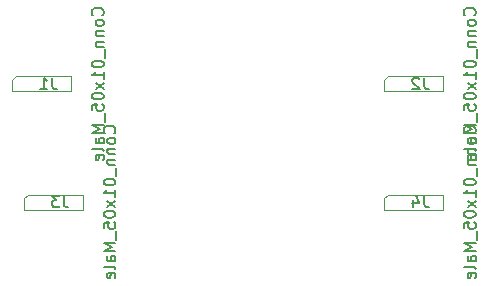
<source format=gbr>
G04 #@! TF.GenerationSoftware,KiCad,Pcbnew,(5.1.4)-1*
G04 #@! TF.CreationDate,2020-11-23T15:52:42-08:00*
G04 #@! TF.ProjectId,ufc_v4_opt,7566635f-7634-45f6-9f70-742e6b696361,rev?*
G04 #@! TF.SameCoordinates,Original*
G04 #@! TF.FileFunction,Other,Fab,Bot*
%FSLAX46Y46*%
G04 Gerber Fmt 4.6, Leading zero omitted, Abs format (unit mm)*
G04 Created by KiCad (PCBNEW (5.1.4)-1) date 2020-11-23 15:52:42*
%MOMM*%
%LPD*%
G04 APERTURE LIST*
%ADD10C,0.100000*%
%ADD11C,0.150000*%
G04 APERTURE END LIST*
D10*
X151555500Y-82407000D02*
X151238000Y-82724500D01*
X156238000Y-82407000D02*
X151555500Y-82407000D01*
X156238000Y-83677000D02*
X156238000Y-82407000D01*
X151238000Y-83677000D02*
X156238000Y-83677000D01*
X151238000Y-82724500D02*
X151238000Y-83677000D01*
X183055500Y-82407000D02*
X182738000Y-82724500D01*
X187738000Y-82407000D02*
X183055500Y-82407000D01*
X187738000Y-83677000D02*
X187738000Y-82407000D01*
X182738000Y-83677000D02*
X187738000Y-83677000D01*
X182738000Y-82724500D02*
X182738000Y-83677000D01*
X152555500Y-92407000D02*
X152238000Y-92724500D01*
X157238000Y-92407000D02*
X152555500Y-92407000D01*
X157238000Y-93677000D02*
X157238000Y-92407000D01*
X152238000Y-93677000D02*
X157238000Y-93677000D01*
X152238000Y-92724500D02*
X152238000Y-93677000D01*
X183055500Y-92407000D02*
X182738000Y-92724500D01*
X187738000Y-92407000D02*
X183055500Y-92407000D01*
X187738000Y-93677000D02*
X187738000Y-92407000D01*
X182738000Y-93677000D02*
X187738000Y-93677000D01*
X182738000Y-92724500D02*
X182738000Y-93677000D01*
D11*
X158870142Y-77208666D02*
X158917761Y-77161047D01*
X158965380Y-77018190D01*
X158965380Y-76922952D01*
X158917761Y-76780095D01*
X158822523Y-76684857D01*
X158727285Y-76637238D01*
X158536809Y-76589619D01*
X158393952Y-76589619D01*
X158203476Y-76637238D01*
X158108238Y-76684857D01*
X158013000Y-76780095D01*
X157965380Y-76922952D01*
X157965380Y-77018190D01*
X158013000Y-77161047D01*
X158060619Y-77208666D01*
X158965380Y-77780095D02*
X158917761Y-77684857D01*
X158870142Y-77637238D01*
X158774904Y-77589619D01*
X158489190Y-77589619D01*
X158393952Y-77637238D01*
X158346333Y-77684857D01*
X158298714Y-77780095D01*
X158298714Y-77922952D01*
X158346333Y-78018190D01*
X158393952Y-78065809D01*
X158489190Y-78113428D01*
X158774904Y-78113428D01*
X158870142Y-78065809D01*
X158917761Y-78018190D01*
X158965380Y-77922952D01*
X158965380Y-77780095D01*
X158298714Y-78542000D02*
X158965380Y-78542000D01*
X158393952Y-78542000D02*
X158346333Y-78589619D01*
X158298714Y-78684857D01*
X158298714Y-78827714D01*
X158346333Y-78922952D01*
X158441571Y-78970571D01*
X158965380Y-78970571D01*
X158298714Y-79446761D02*
X158965380Y-79446761D01*
X158393952Y-79446761D02*
X158346333Y-79494380D01*
X158298714Y-79589619D01*
X158298714Y-79732476D01*
X158346333Y-79827714D01*
X158441571Y-79875333D01*
X158965380Y-79875333D01*
X159060619Y-80113428D02*
X159060619Y-80875333D01*
X157965380Y-81303904D02*
X157965380Y-81399142D01*
X158013000Y-81494380D01*
X158060619Y-81542000D01*
X158155857Y-81589619D01*
X158346333Y-81637238D01*
X158584428Y-81637238D01*
X158774904Y-81589619D01*
X158870142Y-81542000D01*
X158917761Y-81494380D01*
X158965380Y-81399142D01*
X158965380Y-81303904D01*
X158917761Y-81208666D01*
X158870142Y-81161047D01*
X158774904Y-81113428D01*
X158584428Y-81065809D01*
X158346333Y-81065809D01*
X158155857Y-81113428D01*
X158060619Y-81161047D01*
X158013000Y-81208666D01*
X157965380Y-81303904D01*
X158965380Y-82589619D02*
X158965380Y-82018190D01*
X158965380Y-82303904D02*
X157965380Y-82303904D01*
X158108238Y-82208666D01*
X158203476Y-82113428D01*
X158251095Y-82018190D01*
X158965380Y-82922952D02*
X158298714Y-83446761D01*
X158298714Y-82922952D02*
X158965380Y-83446761D01*
X157965380Y-84018190D02*
X157965380Y-84113428D01*
X158013000Y-84208666D01*
X158060619Y-84256285D01*
X158155857Y-84303904D01*
X158346333Y-84351523D01*
X158584428Y-84351523D01*
X158774904Y-84303904D01*
X158870142Y-84256285D01*
X158917761Y-84208666D01*
X158965380Y-84113428D01*
X158965380Y-84018190D01*
X158917761Y-83922952D01*
X158870142Y-83875333D01*
X158774904Y-83827714D01*
X158584428Y-83780095D01*
X158346333Y-83780095D01*
X158155857Y-83827714D01*
X158060619Y-83875333D01*
X158013000Y-83922952D01*
X157965380Y-84018190D01*
X157965380Y-85256285D02*
X157965380Y-84780095D01*
X158441571Y-84732476D01*
X158393952Y-84780095D01*
X158346333Y-84875333D01*
X158346333Y-85113428D01*
X158393952Y-85208666D01*
X158441571Y-85256285D01*
X158536809Y-85303904D01*
X158774904Y-85303904D01*
X158870142Y-85256285D01*
X158917761Y-85208666D01*
X158965380Y-85113428D01*
X158965380Y-84875333D01*
X158917761Y-84780095D01*
X158870142Y-84732476D01*
X159060619Y-85494380D02*
X159060619Y-86256285D01*
X158965380Y-86494380D02*
X157965380Y-86494380D01*
X158679666Y-86827714D01*
X157965380Y-87161047D01*
X158965380Y-87161047D01*
X158965380Y-88065809D02*
X158441571Y-88065809D01*
X158346333Y-88018190D01*
X158298714Y-87922952D01*
X158298714Y-87732476D01*
X158346333Y-87637238D01*
X158917761Y-88065809D02*
X158965380Y-87970571D01*
X158965380Y-87732476D01*
X158917761Y-87637238D01*
X158822523Y-87589619D01*
X158727285Y-87589619D01*
X158632047Y-87637238D01*
X158584428Y-87732476D01*
X158584428Y-87970571D01*
X158536809Y-88065809D01*
X158965380Y-88684857D02*
X158917761Y-88589619D01*
X158822523Y-88542000D01*
X157965380Y-88542000D01*
X158917761Y-89446761D02*
X158965380Y-89351523D01*
X158965380Y-89161047D01*
X158917761Y-89065809D01*
X158822523Y-89018190D01*
X158441571Y-89018190D01*
X158346333Y-89065809D01*
X158298714Y-89161047D01*
X158298714Y-89351523D01*
X158346333Y-89446761D01*
X158441571Y-89494380D01*
X158536809Y-89494380D01*
X158632047Y-89018190D01*
X154611333Y-82494380D02*
X154611333Y-83208666D01*
X154658952Y-83351523D01*
X154754190Y-83446761D01*
X154897047Y-83494380D01*
X154992285Y-83494380D01*
X153611333Y-83494380D02*
X154182761Y-83494380D01*
X153897047Y-83494380D02*
X153897047Y-82494380D01*
X153992285Y-82637238D01*
X154087523Y-82732476D01*
X154182761Y-82780095D01*
X190370142Y-77208666D02*
X190417761Y-77161047D01*
X190465380Y-77018190D01*
X190465380Y-76922952D01*
X190417761Y-76780095D01*
X190322523Y-76684857D01*
X190227285Y-76637238D01*
X190036809Y-76589619D01*
X189893952Y-76589619D01*
X189703476Y-76637238D01*
X189608238Y-76684857D01*
X189513000Y-76780095D01*
X189465380Y-76922952D01*
X189465380Y-77018190D01*
X189513000Y-77161047D01*
X189560619Y-77208666D01*
X190465380Y-77780095D02*
X190417761Y-77684857D01*
X190370142Y-77637238D01*
X190274904Y-77589619D01*
X189989190Y-77589619D01*
X189893952Y-77637238D01*
X189846333Y-77684857D01*
X189798714Y-77780095D01*
X189798714Y-77922952D01*
X189846333Y-78018190D01*
X189893952Y-78065809D01*
X189989190Y-78113428D01*
X190274904Y-78113428D01*
X190370142Y-78065809D01*
X190417761Y-78018190D01*
X190465380Y-77922952D01*
X190465380Y-77780095D01*
X189798714Y-78542000D02*
X190465380Y-78542000D01*
X189893952Y-78542000D02*
X189846333Y-78589619D01*
X189798714Y-78684857D01*
X189798714Y-78827714D01*
X189846333Y-78922952D01*
X189941571Y-78970571D01*
X190465380Y-78970571D01*
X189798714Y-79446761D02*
X190465380Y-79446761D01*
X189893952Y-79446761D02*
X189846333Y-79494380D01*
X189798714Y-79589619D01*
X189798714Y-79732476D01*
X189846333Y-79827714D01*
X189941571Y-79875333D01*
X190465380Y-79875333D01*
X190560619Y-80113428D02*
X190560619Y-80875333D01*
X189465380Y-81303904D02*
X189465380Y-81399142D01*
X189513000Y-81494380D01*
X189560619Y-81542000D01*
X189655857Y-81589619D01*
X189846333Y-81637238D01*
X190084428Y-81637238D01*
X190274904Y-81589619D01*
X190370142Y-81542000D01*
X190417761Y-81494380D01*
X190465380Y-81399142D01*
X190465380Y-81303904D01*
X190417761Y-81208666D01*
X190370142Y-81161047D01*
X190274904Y-81113428D01*
X190084428Y-81065809D01*
X189846333Y-81065809D01*
X189655857Y-81113428D01*
X189560619Y-81161047D01*
X189513000Y-81208666D01*
X189465380Y-81303904D01*
X190465380Y-82589619D02*
X190465380Y-82018190D01*
X190465380Y-82303904D02*
X189465380Y-82303904D01*
X189608238Y-82208666D01*
X189703476Y-82113428D01*
X189751095Y-82018190D01*
X190465380Y-82922952D02*
X189798714Y-83446761D01*
X189798714Y-82922952D02*
X190465380Y-83446761D01*
X189465380Y-84018190D02*
X189465380Y-84113428D01*
X189513000Y-84208666D01*
X189560619Y-84256285D01*
X189655857Y-84303904D01*
X189846333Y-84351523D01*
X190084428Y-84351523D01*
X190274904Y-84303904D01*
X190370142Y-84256285D01*
X190417761Y-84208666D01*
X190465380Y-84113428D01*
X190465380Y-84018190D01*
X190417761Y-83922952D01*
X190370142Y-83875333D01*
X190274904Y-83827714D01*
X190084428Y-83780095D01*
X189846333Y-83780095D01*
X189655857Y-83827714D01*
X189560619Y-83875333D01*
X189513000Y-83922952D01*
X189465380Y-84018190D01*
X189465380Y-85256285D02*
X189465380Y-84780095D01*
X189941571Y-84732476D01*
X189893952Y-84780095D01*
X189846333Y-84875333D01*
X189846333Y-85113428D01*
X189893952Y-85208666D01*
X189941571Y-85256285D01*
X190036809Y-85303904D01*
X190274904Y-85303904D01*
X190370142Y-85256285D01*
X190417761Y-85208666D01*
X190465380Y-85113428D01*
X190465380Y-84875333D01*
X190417761Y-84780095D01*
X190370142Y-84732476D01*
X190560619Y-85494380D02*
X190560619Y-86256285D01*
X190465380Y-86494380D02*
X189465380Y-86494380D01*
X190179666Y-86827714D01*
X189465380Y-87161047D01*
X190465380Y-87161047D01*
X190465380Y-88065809D02*
X189941571Y-88065809D01*
X189846333Y-88018190D01*
X189798714Y-87922952D01*
X189798714Y-87732476D01*
X189846333Y-87637238D01*
X190417761Y-88065809D02*
X190465380Y-87970571D01*
X190465380Y-87732476D01*
X190417761Y-87637238D01*
X190322523Y-87589619D01*
X190227285Y-87589619D01*
X190132047Y-87637238D01*
X190084428Y-87732476D01*
X190084428Y-87970571D01*
X190036809Y-88065809D01*
X190465380Y-88684857D02*
X190417761Y-88589619D01*
X190322523Y-88542000D01*
X189465380Y-88542000D01*
X190417761Y-89446761D02*
X190465380Y-89351523D01*
X190465380Y-89161047D01*
X190417761Y-89065809D01*
X190322523Y-89018190D01*
X189941571Y-89018190D01*
X189846333Y-89065809D01*
X189798714Y-89161047D01*
X189798714Y-89351523D01*
X189846333Y-89446761D01*
X189941571Y-89494380D01*
X190036809Y-89494380D01*
X190132047Y-89018190D01*
X186111333Y-82494380D02*
X186111333Y-83208666D01*
X186158952Y-83351523D01*
X186254190Y-83446761D01*
X186397047Y-83494380D01*
X186492285Y-83494380D01*
X185682761Y-82589619D02*
X185635142Y-82542000D01*
X185539904Y-82494380D01*
X185301809Y-82494380D01*
X185206571Y-82542000D01*
X185158952Y-82589619D01*
X185111333Y-82684857D01*
X185111333Y-82780095D01*
X185158952Y-82922952D01*
X185730380Y-83494380D01*
X185111333Y-83494380D01*
X159870142Y-87208666D02*
X159917761Y-87161047D01*
X159965380Y-87018190D01*
X159965380Y-86922952D01*
X159917761Y-86780095D01*
X159822523Y-86684857D01*
X159727285Y-86637238D01*
X159536809Y-86589619D01*
X159393952Y-86589619D01*
X159203476Y-86637238D01*
X159108238Y-86684857D01*
X159013000Y-86780095D01*
X158965380Y-86922952D01*
X158965380Y-87018190D01*
X159013000Y-87161047D01*
X159060619Y-87208666D01*
X159965380Y-87780095D02*
X159917761Y-87684857D01*
X159870142Y-87637238D01*
X159774904Y-87589619D01*
X159489190Y-87589619D01*
X159393952Y-87637238D01*
X159346333Y-87684857D01*
X159298714Y-87780095D01*
X159298714Y-87922952D01*
X159346333Y-88018190D01*
X159393952Y-88065809D01*
X159489190Y-88113428D01*
X159774904Y-88113428D01*
X159870142Y-88065809D01*
X159917761Y-88018190D01*
X159965380Y-87922952D01*
X159965380Y-87780095D01*
X159298714Y-88542000D02*
X159965380Y-88542000D01*
X159393952Y-88542000D02*
X159346333Y-88589619D01*
X159298714Y-88684857D01*
X159298714Y-88827714D01*
X159346333Y-88922952D01*
X159441571Y-88970571D01*
X159965380Y-88970571D01*
X159298714Y-89446761D02*
X159965380Y-89446761D01*
X159393952Y-89446761D02*
X159346333Y-89494380D01*
X159298714Y-89589619D01*
X159298714Y-89732476D01*
X159346333Y-89827714D01*
X159441571Y-89875333D01*
X159965380Y-89875333D01*
X160060619Y-90113428D02*
X160060619Y-90875333D01*
X158965380Y-91303904D02*
X158965380Y-91399142D01*
X159013000Y-91494380D01*
X159060619Y-91542000D01*
X159155857Y-91589619D01*
X159346333Y-91637238D01*
X159584428Y-91637238D01*
X159774904Y-91589619D01*
X159870142Y-91542000D01*
X159917761Y-91494380D01*
X159965380Y-91399142D01*
X159965380Y-91303904D01*
X159917761Y-91208666D01*
X159870142Y-91161047D01*
X159774904Y-91113428D01*
X159584428Y-91065809D01*
X159346333Y-91065809D01*
X159155857Y-91113428D01*
X159060619Y-91161047D01*
X159013000Y-91208666D01*
X158965380Y-91303904D01*
X159965380Y-92589619D02*
X159965380Y-92018190D01*
X159965380Y-92303904D02*
X158965380Y-92303904D01*
X159108238Y-92208666D01*
X159203476Y-92113428D01*
X159251095Y-92018190D01*
X159965380Y-92922952D02*
X159298714Y-93446761D01*
X159298714Y-92922952D02*
X159965380Y-93446761D01*
X158965380Y-94018190D02*
X158965380Y-94113428D01*
X159013000Y-94208666D01*
X159060619Y-94256285D01*
X159155857Y-94303904D01*
X159346333Y-94351523D01*
X159584428Y-94351523D01*
X159774904Y-94303904D01*
X159870142Y-94256285D01*
X159917761Y-94208666D01*
X159965380Y-94113428D01*
X159965380Y-94018190D01*
X159917761Y-93922952D01*
X159870142Y-93875333D01*
X159774904Y-93827714D01*
X159584428Y-93780095D01*
X159346333Y-93780095D01*
X159155857Y-93827714D01*
X159060619Y-93875333D01*
X159013000Y-93922952D01*
X158965380Y-94018190D01*
X158965380Y-95256285D02*
X158965380Y-94780095D01*
X159441571Y-94732476D01*
X159393952Y-94780095D01*
X159346333Y-94875333D01*
X159346333Y-95113428D01*
X159393952Y-95208666D01*
X159441571Y-95256285D01*
X159536809Y-95303904D01*
X159774904Y-95303904D01*
X159870142Y-95256285D01*
X159917761Y-95208666D01*
X159965380Y-95113428D01*
X159965380Y-94875333D01*
X159917761Y-94780095D01*
X159870142Y-94732476D01*
X160060619Y-95494380D02*
X160060619Y-96256285D01*
X159965380Y-96494380D02*
X158965380Y-96494380D01*
X159679666Y-96827714D01*
X158965380Y-97161047D01*
X159965380Y-97161047D01*
X159965380Y-98065809D02*
X159441571Y-98065809D01*
X159346333Y-98018190D01*
X159298714Y-97922952D01*
X159298714Y-97732476D01*
X159346333Y-97637238D01*
X159917761Y-98065809D02*
X159965380Y-97970571D01*
X159965380Y-97732476D01*
X159917761Y-97637238D01*
X159822523Y-97589619D01*
X159727285Y-97589619D01*
X159632047Y-97637238D01*
X159584428Y-97732476D01*
X159584428Y-97970571D01*
X159536809Y-98065809D01*
X159965380Y-98684857D02*
X159917761Y-98589619D01*
X159822523Y-98542000D01*
X158965380Y-98542000D01*
X159917761Y-99446761D02*
X159965380Y-99351523D01*
X159965380Y-99161047D01*
X159917761Y-99065809D01*
X159822523Y-99018190D01*
X159441571Y-99018190D01*
X159346333Y-99065809D01*
X159298714Y-99161047D01*
X159298714Y-99351523D01*
X159346333Y-99446761D01*
X159441571Y-99494380D01*
X159536809Y-99494380D01*
X159632047Y-99018190D01*
X155611333Y-92494380D02*
X155611333Y-93208666D01*
X155658952Y-93351523D01*
X155754190Y-93446761D01*
X155897047Y-93494380D01*
X155992285Y-93494380D01*
X155230380Y-92494380D02*
X154611333Y-92494380D01*
X154944666Y-92875333D01*
X154801809Y-92875333D01*
X154706571Y-92922952D01*
X154658952Y-92970571D01*
X154611333Y-93065809D01*
X154611333Y-93303904D01*
X154658952Y-93399142D01*
X154706571Y-93446761D01*
X154801809Y-93494380D01*
X155087523Y-93494380D01*
X155182761Y-93446761D01*
X155230380Y-93399142D01*
X190370142Y-87208666D02*
X190417761Y-87161047D01*
X190465380Y-87018190D01*
X190465380Y-86922952D01*
X190417761Y-86780095D01*
X190322523Y-86684857D01*
X190227285Y-86637238D01*
X190036809Y-86589619D01*
X189893952Y-86589619D01*
X189703476Y-86637238D01*
X189608238Y-86684857D01*
X189513000Y-86780095D01*
X189465380Y-86922952D01*
X189465380Y-87018190D01*
X189513000Y-87161047D01*
X189560619Y-87208666D01*
X190465380Y-87780095D02*
X190417761Y-87684857D01*
X190370142Y-87637238D01*
X190274904Y-87589619D01*
X189989190Y-87589619D01*
X189893952Y-87637238D01*
X189846333Y-87684857D01*
X189798714Y-87780095D01*
X189798714Y-87922952D01*
X189846333Y-88018190D01*
X189893952Y-88065809D01*
X189989190Y-88113428D01*
X190274904Y-88113428D01*
X190370142Y-88065809D01*
X190417761Y-88018190D01*
X190465380Y-87922952D01*
X190465380Y-87780095D01*
X189798714Y-88542000D02*
X190465380Y-88542000D01*
X189893952Y-88542000D02*
X189846333Y-88589619D01*
X189798714Y-88684857D01*
X189798714Y-88827714D01*
X189846333Y-88922952D01*
X189941571Y-88970571D01*
X190465380Y-88970571D01*
X189798714Y-89446761D02*
X190465380Y-89446761D01*
X189893952Y-89446761D02*
X189846333Y-89494380D01*
X189798714Y-89589619D01*
X189798714Y-89732476D01*
X189846333Y-89827714D01*
X189941571Y-89875333D01*
X190465380Y-89875333D01*
X190560619Y-90113428D02*
X190560619Y-90875333D01*
X189465380Y-91303904D02*
X189465380Y-91399142D01*
X189513000Y-91494380D01*
X189560619Y-91542000D01*
X189655857Y-91589619D01*
X189846333Y-91637238D01*
X190084428Y-91637238D01*
X190274904Y-91589619D01*
X190370142Y-91542000D01*
X190417761Y-91494380D01*
X190465380Y-91399142D01*
X190465380Y-91303904D01*
X190417761Y-91208666D01*
X190370142Y-91161047D01*
X190274904Y-91113428D01*
X190084428Y-91065809D01*
X189846333Y-91065809D01*
X189655857Y-91113428D01*
X189560619Y-91161047D01*
X189513000Y-91208666D01*
X189465380Y-91303904D01*
X190465380Y-92589619D02*
X190465380Y-92018190D01*
X190465380Y-92303904D02*
X189465380Y-92303904D01*
X189608238Y-92208666D01*
X189703476Y-92113428D01*
X189751095Y-92018190D01*
X190465380Y-92922952D02*
X189798714Y-93446761D01*
X189798714Y-92922952D02*
X190465380Y-93446761D01*
X189465380Y-94018190D02*
X189465380Y-94113428D01*
X189513000Y-94208666D01*
X189560619Y-94256285D01*
X189655857Y-94303904D01*
X189846333Y-94351523D01*
X190084428Y-94351523D01*
X190274904Y-94303904D01*
X190370142Y-94256285D01*
X190417761Y-94208666D01*
X190465380Y-94113428D01*
X190465380Y-94018190D01*
X190417761Y-93922952D01*
X190370142Y-93875333D01*
X190274904Y-93827714D01*
X190084428Y-93780095D01*
X189846333Y-93780095D01*
X189655857Y-93827714D01*
X189560619Y-93875333D01*
X189513000Y-93922952D01*
X189465380Y-94018190D01*
X189465380Y-95256285D02*
X189465380Y-94780095D01*
X189941571Y-94732476D01*
X189893952Y-94780095D01*
X189846333Y-94875333D01*
X189846333Y-95113428D01*
X189893952Y-95208666D01*
X189941571Y-95256285D01*
X190036809Y-95303904D01*
X190274904Y-95303904D01*
X190370142Y-95256285D01*
X190417761Y-95208666D01*
X190465380Y-95113428D01*
X190465380Y-94875333D01*
X190417761Y-94780095D01*
X190370142Y-94732476D01*
X190560619Y-95494380D02*
X190560619Y-96256285D01*
X190465380Y-96494380D02*
X189465380Y-96494380D01*
X190179666Y-96827714D01*
X189465380Y-97161047D01*
X190465380Y-97161047D01*
X190465380Y-98065809D02*
X189941571Y-98065809D01*
X189846333Y-98018190D01*
X189798714Y-97922952D01*
X189798714Y-97732476D01*
X189846333Y-97637238D01*
X190417761Y-98065809D02*
X190465380Y-97970571D01*
X190465380Y-97732476D01*
X190417761Y-97637238D01*
X190322523Y-97589619D01*
X190227285Y-97589619D01*
X190132047Y-97637238D01*
X190084428Y-97732476D01*
X190084428Y-97970571D01*
X190036809Y-98065809D01*
X190465380Y-98684857D02*
X190417761Y-98589619D01*
X190322523Y-98542000D01*
X189465380Y-98542000D01*
X190417761Y-99446761D02*
X190465380Y-99351523D01*
X190465380Y-99161047D01*
X190417761Y-99065809D01*
X190322523Y-99018190D01*
X189941571Y-99018190D01*
X189846333Y-99065809D01*
X189798714Y-99161047D01*
X189798714Y-99351523D01*
X189846333Y-99446761D01*
X189941571Y-99494380D01*
X190036809Y-99494380D01*
X190132047Y-99018190D01*
X186111333Y-92494380D02*
X186111333Y-93208666D01*
X186158952Y-93351523D01*
X186254190Y-93446761D01*
X186397047Y-93494380D01*
X186492285Y-93494380D01*
X185206571Y-92827714D02*
X185206571Y-93494380D01*
X185444666Y-92446761D02*
X185682761Y-93161047D01*
X185063714Y-93161047D01*
M02*

</source>
